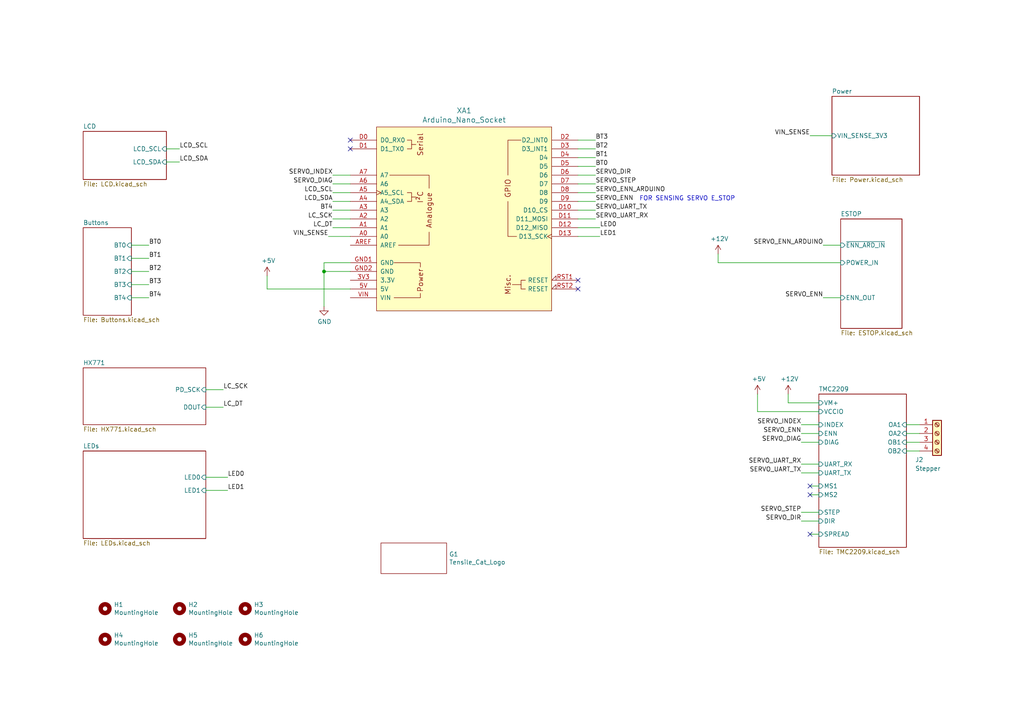
<source format=kicad_sch>
(kicad_sch (version 20211123) (generator eeschema)
  (paper "A4")
  (lib_symbols
    (symbol "MMTK-rescue:+12V-power-MMTK-rescue-MMTK-rescue" (power) (pin_names (offset 0))
      (property "Value" "MMTK-rescue_+12V-power-MMTK-rescue-MMTK-rescue" (at 0 3.556 0))
      (symbol "+12V-power-MMTK-rescue-MMTK-rescue_0_1"
        (polyline (pts (xy -0.762 1.27) (xy 0 2.54)))
        (polyline (pts (xy 0 0) (xy 0 2.54)))
        (polyline (pts (xy 0 2.54) (xy 0.762 1.27)))
      )
      (symbol "+12V-power-MMTK-rescue-MMTK-rescue_1_1"
        (pin power_in line (at 0 0 90) (length 0) hide (name "+12V") (number "1"))
      )
    )
    (symbol "MMTK-rescue:+5V-power-MMTK-rescue-MMTK-rescue" (power) (pin_names (offset 0))
      (property "Value" "MMTK-rescue_+5V-power-MMTK-rescue-MMTK-rescue" (at 0 3.556 0))
      (symbol "+5V-power-MMTK-rescue-MMTK-rescue_0_1"
        (polyline (pts (xy -0.762 1.27) (xy 0 2.54)))
        (polyline (pts (xy 0 0) (xy 0 2.54)))
        (polyline (pts (xy 0 2.54) (xy 0.762 1.27)))
      )
      (symbol "+5V-power-MMTK-rescue-MMTK-rescue_1_1"
        (pin power_in line (at 0 0 90) (length 0) hide (name "+5V") (number "1"))
      )
    )
    (symbol "MMTK-rescue:Screw_Terminal_01x04-Connector-MMTK-rescue-MMTK-rescue" (pin_names (offset 1.016) hide)
      (property "Reference" "J" (at 0 5.08 0))
      (property "Value" "MMTK-rescue_Screw_Terminal_01x04-Connector-MMTK-rescue-MMTK-rescue" (at 0 -7.62 0))
      (symbol "Screw_Terminal_01x04-Connector-MMTK-rescue-MMTK-rescue_1_1"
        (rectangle (start -1.27 3.81) (end 1.27 -6.35) (stroke (width 0.254)) (fill (type background)))
        (circle (center 0 -5.08) (radius 0.635) (stroke (width 0.1524)))
        (circle (center 0 -2.54) (radius 0.635) (stroke (width 0.1524)))
        (polyline (pts (xy -0.5334 -4.7498) (xy 0.3302 -5.588)) (stroke (width 0.1524)))
        (polyline (pts (xy -0.5334 -2.2098) (xy 0.3302 -3.048)) (stroke (width 0.1524)))
        (polyline (pts (xy -0.5334 0.3302) (xy 0.3302 -0.508)) (stroke (width 0.1524)))
        (polyline (pts (xy -0.5334 2.8702) (xy 0.3302 2.032)) (stroke (width 0.1524)))
        (polyline (pts (xy -0.3556 -4.572) (xy 0.508 -5.4102)) (stroke (width 0.1524)))
        (polyline (pts (xy -0.3556 -2.032) (xy 0.508 -2.8702)) (stroke (width 0.1524)))
        (polyline (pts (xy -0.3556 0.508) (xy 0.508 -0.3302)) (stroke (width 0.1524)))
        (polyline (pts (xy -0.3556 3.048) (xy 0.508 2.2098)) (stroke (width 0.1524)))
        (circle (center 0 0) (radius 0.635) (stroke (width 0.1524)))
        (circle (center 0 2.54) (radius 0.635) (stroke (width 0.1524)))
        (pin passive line (at -5.08 2.54 0) (length 3.81) (name "Pin_1") (number "1"))
        (pin passive line (at -5.08 0 0) (length 3.81) (name "Pin_2") (number "2"))
        (pin passive line (at -5.08 -2.54 0) (length 3.81) (name "Pin_3") (number "3"))
        (pin passive line (at -5.08 -5.08 0) (length 3.81) (name "Pin_4") (number "4"))
      )
    )
    (symbol "MMTK:Tensile_Cat_Logo" (pin_names (offset 1.016))
      (property "Reference" "G" (at 1.27 -6.35 0))
      (property "Value" "Tensile_Cat_Logo" (at 8.89 -2.54 0))
      (symbol "Tensile_Cat_Logo_0_1"
        (rectangle (start 0 0) (end 19.05 -8.89))
      )
    )
    (symbol "Mechanical:MountingHole" (pin_names (offset 1.016))
      (property "Reference" "H" (at 0 5.08 0))
      (property "Value" "MountingHole" (at 0 3.175 0))
      (symbol "MountingHole_0_1"
        (circle (center 0 0) (radius 1.27) (stroke (width 1.27)))
      )
    )
    (symbol "arduino:Arduino_Nano_Socket" (pin_names (offset 1.016))
      (property "Reference" "XA" (at 2.54 0 90))
      (property "Value" "arduino_Arduino_Nano_Socket" (at -2.54 0 90))
      (symbol "Arduino_Nano_Socket_0_0"
        (rectangle (start -25.4 26.67) (end 25.4 -26.67) (fill (type background)))
        (polyline (pts (xy -15.24 6.35) (xy -13.97 6.35)))
        (polyline (pts (xy -15.24 21.59) (xy -13.97 21.59)))
        (polyline (pts (xy 16.51 -19.05) (xy 13.97 -19.05)))
        (polyline (pts (xy -20.32 -22.86) (xy -12.7 -22.86) (xy -12.7 -21.59)))
        (polyline (pts (xy -12.7 -13.97) (xy -12.7 -12.7) (xy -20.32 -12.7)))
        (polyline (pts (xy -16.51 7.62) (xy -15.24 7.62) (xy -15.24 5.08) (xy -16.51 5.08)))
        (polyline (pts (xy -16.51 22.86) (xy -15.24 22.86) (xy -15.24 20.32) (xy -16.51 20.32)))
        (text "Analogue" (at -10.16 2.54 900) (effects (font (size 1.524 1.524))))
        (text "I²C" (at -12.7 6.35 900) (effects (font (size 1.524 1.524))))
        (text "Misc." (at 12.7 -19.05 900) (effects (font (size 1.524 1.524))))
        (text "Power" (at -12.7 -17.78 900) (effects (font (size 1.524 1.524))))
        (text "Serial" (at -12.7 21.59 900) (effects (font (size 1.524 1.524))))
      )
      (symbol "Arduino_Nano_Socket_0_1"
        (polyline (pts (xy -21.59 12.7) (xy -10.16 12.7) (xy -10.16 8.89)))
        (polyline (pts (xy -19.05 -7.62) (xy -10.16 -7.62) (xy -10.16 -3.81)))
        (polyline (pts (xy 15.24 -5.08) (xy 12.7 -5.08) (xy 12.7 5.08)))
        (polyline (pts (xy 16.51 22.86) (xy 12.7 22.86) (xy 12.7 12.7)))
        (polyline (pts (xy 17.78 -17.78) (xy 16.51 -17.78) (xy 16.51 -20.32) (xy 17.78 -20.32)))
      )
      (symbol "Arduino_Nano_Socket_1_0"
        (text "GPIO" (at 12.7 8.89 900) (effects (font (size 1.524 1.524))))
      )
      (symbol "Arduino_Nano_Socket_1_1"
        (pin power_in line (at -33.02 -17.78 0) (length 7.62) (name "3.3V") (number "3V3"))
        (pin power_in line (at -33.02 -20.32 0) (length 7.62) (name "5V") (number "5V"))
        (pin bidirectional line (at -33.02 -5.08 0) (length 7.62) (name "A0") (number "A0"))
        (pin bidirectional line (at -33.02 -2.54 0) (length 7.62) (name "A1") (number "A1"))
        (pin bidirectional line (at -33.02 0 0) (length 7.62) (name "A2") (number "A2"))
        (pin bidirectional line (at -33.02 2.54 0) (length 7.62) (name "A3") (number "A3"))
        (pin bidirectional line (at -33.02 5.08 0) (length 7.62) (name "A4_SDA") (number "A4"))
        (pin bidirectional clock (at -33.02 7.62 0) (length 7.62) (name "A5_SCL") (number "A5"))
        (pin input line (at -33.02 10.16 0) (length 7.62) (name "A6") (number "A6"))
        (pin input line (at -33.02 12.7 0) (length 7.62) (name "A7") (number "A7"))
        (pin input line (at -33.02 -7.62 0) (length 7.62) (name "AREF") (number "AREF"))
        (pin bidirectional line (at -33.02 22.86 0) (length 7.62) (name "D0_RX0") (number "D0"))
        (pin bidirectional line (at -33.02 20.32 0) (length 7.62) (name "D1_TX0") (number "D1"))
        (pin bidirectional line (at 33.02 2.54 180) (length 7.62) (name "D10_CS") (number "D10"))
        (pin bidirectional line (at 33.02 0 180) (length 7.62) (name "D11_MOSI") (number "D11"))
        (pin bidirectional line (at 33.02 -2.54 180) (length 7.62) (name "D12_MISO") (number "D12"))
        (pin bidirectional clock (at 33.02 -5.08 180) (length 7.62) (name "D13_SCK") (number "D13"))
        (pin bidirectional line (at 33.02 22.86 180) (length 7.62) (name "D2_INT0") (number "D2"))
        (pin bidirectional line (at 33.02 20.32 180) (length 7.62) (name "D3_INT1") (number "D3"))
        (pin bidirectional line (at 33.02 17.78 180) (length 7.62) (name "D4") (number "D4"))
        (pin bidirectional line (at 33.02 15.24 180) (length 7.62) (name "D5") (number "D5"))
        (pin bidirectional line (at 33.02 12.7 180) (length 7.62) (name "D6") (number "D6"))
        (pin bidirectional line (at 33.02 10.16 180) (length 7.62) (name "D7") (number "D7"))
        (pin bidirectional line (at 33.02 7.62 180) (length 7.62) (name "D8") (number "D8"))
        (pin bidirectional line (at 33.02 5.08 180) (length 7.62) (name "D9") (number "D9"))
        (pin power_in line (at -33.02 -12.7 0) (length 7.62) (name "GND") (number "GND1"))
        (pin power_in line (at -33.02 -15.24 0) (length 7.62) (name "GND") (number "GND2"))
        (pin open_collector input_low (at 33.02 -17.78 180) (length 7.62) (name "RESET") (number "RST1"))
        (pin open_collector input_low (at 33.02 -20.32 180) (length 7.62) (name "RESET") (number "RST2"))
        (pin power_in line (at -33.02 -22.86 0) (length 7.62) (name "VIN") (number "VIN"))
      )
    )
    (symbol "power:+5V" (power) (pin_names (offset 0))
      (property "Value" "+5V" (at 0 3.556 0))
      (symbol "+5V_0_1"
        (polyline (pts (xy -0.762 1.27) (xy 0 2.54)))
        (polyline (pts (xy 0 0) (xy 0 2.54)))
        (polyline (pts (xy 0 2.54) (xy 0.762 1.27)))
      )
      (symbol "+5V_1_1"
        (pin power_in line (at 0 0 90) (length 0) hide (name "+5V") (number "1"))
      )
    )
    (symbol "power:GND" (power) (pin_names (offset 0))
      (property "Value" "GND" (at 0 -3.81 0))
      (symbol "GND_0_1"
        (polyline (pts (xy 0 0) (xy 0 -1.27) (xy 1.27 -1.27) (xy 0 -2.54) (xy -1.27 -1.27) (xy 0 -1.27)))
      )
      (symbol "GND_1_1"
        (pin power_in line (at 0 0 270) (length 0) hide (name "GND") (number "1"))
      )
    )
  )
  (junction (at 93.98 78.74))
  (no_connect (at 101.6 40.64))
  (no_connect (at 234.95 143.51))
  (no_connect (at 101.6 43.18))
  (no_connect (at 234.95 140.97))
  (no_connect (at 167.64 83.82))
  (no_connect (at 167.64 81.28))
  (no_connect (at 234.95 154.94))
  (wire (pts (xy 241.3 39.37) (xy 234.95 39.37)))
  (wire (pts (xy 228.6 116.84) (xy 237.49 116.84)))
  (wire (pts (xy 96.52 55.88) (xy 101.6 55.88)))
  (wire (pts (xy 208.28 73.66) (xy 208.28 76.2)))
  (wire (pts (xy 93.98 76.2) (xy 93.98 78.74)))
  (wire (pts (xy 64.77 118.11) (xy 59.69 118.11)))
  (wire (pts (xy 219.71 114.3) (xy 219.71 119.38)))
  (wire (pts (xy 172.72 58.42) (xy 167.64 58.42)))
  (wire (pts (xy 172.72 53.34) (xy 167.64 53.34)))
  (wire (pts (xy 96.52 63.5) (xy 101.6 63.5)))
  (wire (pts (xy 172.72 55.88) (xy 167.64 55.88)))
  (wire (pts (xy 48.26 43.18) (xy 52.07 43.18)))
  (wire (pts (xy 101.6 68.58) (xy 95.25 68.58)))
  (wire (pts (xy 172.72 50.8) (xy 167.64 50.8)))
  (wire (pts (xy 266.7 125.73) (xy 262.89 125.73)))
  (wire (pts (xy 52.07 46.99) (xy 48.26 46.99)))
  (wire (pts (xy 219.71 119.38) (xy 237.49 119.38)))
  (wire (pts (xy 64.77 113.03) (xy 59.69 113.03)))
  (wire (pts (xy 208.28 76.2) (xy 243.84 76.2)))
  (wire (pts (xy 232.41 134.62) (xy 237.49 134.62)))
  (wire (pts (xy 66.04 142.24) (xy 59.69 142.24)))
  (wire (pts (xy 232.41 125.73) (xy 237.49 125.73)))
  (wire (pts (xy 167.64 40.64) (xy 172.72 40.64)))
  (wire (pts (xy 172.72 63.5) (xy 167.64 63.5)))
  (wire (pts (xy 172.72 60.96) (xy 167.64 60.96)))
  (wire (pts (xy 38.1 82.55) (xy 43.18 82.55)))
  (wire (pts (xy 93.98 76.2) (xy 101.6 76.2)))
  (wire (pts (xy 228.6 114.3) (xy 228.6 116.84)))
  (wire (pts (xy 173.99 68.58) (xy 167.64 68.58)))
  (wire (pts (xy 232.41 148.59) (xy 237.49 148.59)))
  (wire (pts (xy 262.89 128.27) (xy 266.7 128.27)))
  (wire (pts (xy 43.18 78.74) (xy 38.1 78.74)))
  (wire (pts (xy 167.64 45.72) (xy 172.72 45.72)))
  (wire (pts (xy 232.41 128.27) (xy 237.49 128.27)))
  (wire (pts (xy 232.41 151.13) (xy 237.49 151.13)))
  (wire (pts (xy 232.41 123.19) (xy 237.49 123.19)))
  (wire (pts (xy 237.49 140.97) (xy 234.95 140.97)))
  (wire (pts (xy 66.04 138.43) (xy 59.69 138.43)))
  (wire (pts (xy 101.6 78.74) (xy 93.98 78.74)))
  (wire (pts (xy 101.6 60.96) (xy 96.52 60.96)))
  (wire (pts (xy 77.47 83.82) (xy 77.47 80.01)))
  (wire (pts (xy 93.98 78.74) (xy 93.98 88.9)))
  (wire (pts (xy 234.95 143.51) (xy 237.49 143.51)))
  (wire (pts (xy 96.52 50.8) (xy 101.6 50.8)))
  (wire (pts (xy 38.1 86.36) (xy 43.18 86.36)))
  (wire (pts (xy 266.7 130.81) (xy 262.89 130.81)))
  (wire (pts (xy 96.52 53.34) (xy 101.6 53.34)))
  (wire (pts (xy 232.41 137.16) (xy 237.49 137.16)))
  (wire (pts (xy 172.72 48.26) (xy 167.64 48.26)))
  (wire (pts (xy 96.52 66.04) (xy 101.6 66.04)))
  (wire (pts (xy 172.72 43.18) (xy 167.64 43.18)))
  (wire (pts (xy 262.89 123.19) (xy 266.7 123.19)))
  (wire (pts (xy 234.95 154.94) (xy 237.49 154.94)))
  (wire (pts (xy 38.1 74.93) (xy 43.18 74.93)))
  (wire (pts (xy 101.6 58.42) (xy 96.52 58.42)))
  (wire (pts (xy 238.76 71.12) (xy 243.84 71.12)))
  (wire (pts (xy 101.6 83.82) (xy 77.47 83.82)))
  (wire (pts (xy 173.99 66.04) (xy 167.64 66.04)))
  (wire (pts (xy 43.18 71.12) (xy 38.1 71.12)))
  (wire (pts (xy 238.76 86.36) (xy 243.84 86.36)))
  (text "FOR SENSING SERVO E_STOP" (at 185.42 58.42 0) (effects (font (size 1.27 1.27)) (justify left bottom)))
  (label "SERVO_ENN_ARDUINO" (at 238.76 71.12 180))
  (label "LCD_SDA" (at 96.52 58.42 180))
  (label "SERVO_STEP" (at 232.41 148.59 180))
  (label "LED0" (at 173.99 66.04 0))
  (label "SERVO_ENN" (at 238.76 86.36 180))
  (label "LCD_SCL" (at 52.07 43.18 0))
  (label "SERVO_INDEX" (at 232.41 123.19 180))
  (label "SERVO_DIAG" (at 232.41 128.27 180))
  (label "BT1" (at 43.18 74.93 0))
  (label "SERVO_INDEX" (at 96.52 50.8 180))
  (label "SERVO_DIR" (at 172.72 50.8 0))
  (label "BT1" (at 172.72 45.72 0))
  (label "VIN_SENSE" (at 95.25 68.58 180))
  (label "BT2" (at 172.72 43.18 0))
  (label "BT3" (at 43.18 82.55 0))
  (label "LC_SCK" (at 64.77 113.03 0))
  (label "LCD_SDA" (at 52.07 46.99 0))
  (label "SERVO_DIR" (at 232.41 151.13 180))
  (label "LCD_SCL" (at 96.52 55.88 180))
  (label "BT3" (at 172.72 40.64 0))
  (label "BT2" (at 43.18 78.74 0))
  (label "LC_DT" (at 64.77 118.11 0))
  (label "LED1" (at 66.04 142.24 0))
  (label "SERVO_UART_RX" (at 232.41 134.62 180))
  (label "BT0" (at 43.18 71.12 0))
  (label "LC_SCK" (at 96.52 63.5 180))
  (label "SERVO_ENN" (at 172.72 58.42 0))
  (label "VIN_SENSE" (at 234.95 39.37 180))
  (label "BT0" (at 172.72 48.26 0))
  (label "BT4" (at 96.52 60.96 180))
  (label "SERVO_DIAG" (at 96.52 53.34 180))
  (label "SERVO_ENN" (at 232.41 125.73 180))
  (label "SERVO_STEP" (at 172.72 53.34 0))
  (label "SERVO_UART_RX" (at 172.72 63.5 0))
  (label "BT4" (at 43.18 86.36 0))
  (label "SERVO_UART_TX" (at 172.72 60.96 0))
  (label "SERVO_ENN_ARDUINO" (at 172.72 55.88 0))
  (label "LED0" (at 66.04 138.43 0))
  (label "LC_DT" (at 96.52 66.04 180))
  (label "LED1" (at 173.99 68.58 0))
  (label "SERVO_UART_TX" (at 232.41 137.16 180))
  (symbol (lib_id "Mechanical:MountingHole") (at 30.48 176.53 0) (unit 1)
    (property "Reference" "H1" (at 33.02 175.3616 0) (effects (justify left)))
    (property "Value" "MountingHole" (at 33.02 177.673 0) (effects (justify left)))
    (property "Footprint" "MountingHole:MountingHole_4mm" (effects hide))
  )
  (symbol (lib_id "Mechanical:MountingHole") (at 52.07 176.53 0) (unit 1)
    (property "Reference" "H2" (at 54.61 175.3616 0) (effects (justify left)))
    (property "Value" "MountingHole" (at 54.61 177.673 0) (effects (justify left)))
    (property "Footprint" "MountingHole:MountingHole_4mm" (effects hide))
  )
  (symbol (lib_id "Mechanical:MountingHole") (at 71.12 176.53 0) (unit 1)
    (property "Reference" "H3" (at 73.66 175.3616 0) (effects (justify left)))
    (property "Value" "MountingHole" (at 73.66 177.673 0) (effects (justify left)))
    (property "Footprint" "MountingHole:MountingHole_4mm" (effects hide))
  )
  (symbol (lib_id "MMTK-rescue:+5V-power-MMTK-rescue-MMTK-rescue") (at 219.71 114.3 0) (unit 1)
    (property "Reference" "#PWR0110" (effects hide))
    (property "Value" "+5V" (at 220.091 109.9058 0))
  )
  (symbol (lib_id "MMTK-rescue:+12V-power-MMTK-rescue-MMTK-rescue") (at 228.6 114.3 0) (unit 1)
    (property "Reference" "#PWR0103" (effects hide))
    (property "Value" "+12V" (at 228.981 109.9058 0))
  )
  (symbol (lib_id "MMTK:Tensile_Cat_Logo") (at 110.49 157.48 0) (unit 1)
    (property "Reference" "G1" (at 130.2512 160.7566 0) (effects (justify left)))
    (property "Value" "Tensile_Cat_Logo" (at 130.2512 163.068 0) (effects (justify left)))
    (property "Footprint" "MMTK:Tensile Cat" (effects hide))
  )
  (symbol (lib_id "MMTK-rescue:Screw_Terminal_01x04-Connector-MMTK-rescue-MMTK-rescue") (at 271.78 125.73 0) (unit 1)
    (property "Reference" "J2" (at 265.43 133.35 0) (effects (justify left)))
    (property "Value" "Stepper" (at 265.43 135.89 0) (effects (justify left)))
    (property "Footprint" "TerminalBlock_RND:TerminalBlock_RND_205-00289_1x04_P5.08mm_Horizontal" (effects hide))
  )
  (symbol (lib_id "power:GND") (at 93.98 88.9 0) (unit 1)
    (property "Reference" "#PWR0101" (effects hide))
    (property "Value" "GND" (at 94.107 93.2942 0))
  )
  (symbol (lib_id "power:+5V") (at 77.47 80.01 0) (unit 1)
    (property "Reference" "#PWR0102" (effects hide))
    (property "Value" "+5V" (at 77.851 75.6158 0))
  )
  (symbol (lib_id "Mechanical:MountingHole") (at 30.48 185.42 0) (unit 1)
    (property "Reference" "H4" (at 33.02 184.2516 0) (effects (justify left)))
    (property "Value" "MountingHole" (at 33.02 186.563 0) (effects (justify left)))
    (property "Footprint" "MountingHole:MountingHole_4mm" (effects hide))
  )
  (symbol (lib_id "Mechanical:MountingHole") (at 52.07 185.42 0) (unit 1)
    (property "Reference" "H5" (at 54.61 184.2516 0) (effects (justify left)))
    (property "Value" "MountingHole" (at 54.61 186.563 0) (effects (justify left)))
    (property "Footprint" "MountingHole:MountingHole_4mm" (effects hide))
  )
  (symbol (lib_id "Mechanical:MountingHole") (at 71.12 185.42 0) (unit 1)
    (property "Reference" "H6" (at 73.66 184.2516 0) (effects (justify left)))
    (property "Value" "MountingHole" (at 73.66 186.563 0) (effects (justify left)))
    (property "Footprint" "MountingHole:MountingHole_4mm" (effects hide))
  )
  (symbol (lib_id "MMTK-rescue:+12V-power-MMTK-rescue-MMTK-rescue") (at 208.28 73.66 0) (unit 1)
    (property "Reference" "#PWR?" (effects hide))
    (property "Value" "+12V" (at 208.661 69.2658 0))
  )
  (symbol (lib_id "arduino:Arduino_Nano_Socket") (at 134.62 63.5 0) (unit 1)
    (property "Reference" "XA1" (at 134.62 32.0802 0) (effects (font (size 1.524 1.524))))
    (property "Value" "Arduino_Nano_Socket" (at 134.62 34.7726 0) (effects (font (size 1.524 1.524))))
    (property "Footprint" "Arduino:Arduino_Nano_Socket" (effects hide))
  )
  (sheet (at 24.13 106.68) (size 35.56 16.51)
    (property "Sheet name" "HX771" (at 24.13 105.9684 0) (effects (justify left bottom)))
    (property "Sheet file" "HX771.kicad_sch" (at 24.13 123.7746 0) (effects (justify left top)))
    (pin "DOUT" input (at 59.69 118.11 0))
    (pin "PD_SCK" input (at 59.69 113.03 0))
  )
  (sheet (at 237.49 114.3) (size 25.4 44.45)
    (property "Sheet name" "TMC2209" (at 237.49 113.5884 0) (effects (justify left bottom)))
    (property "Sheet file" "TMC2209.kicad_sch" (at 237.49 159.3346 0) (effects (justify left top)))
    (pin "INDEX" input (at 237.49 123.19 180))
    (pin "VM+" input (at 237.49 116.84 180))
    (pin "ENN" input (at 237.49 125.73 180))
    (pin "UART_RX" input (at 237.49 134.62 180))
    (pin "UART_TX" input (at 237.49 137.16 180))
    (pin "MS1" input (at 237.49 140.97 180))
    (pin "MS2" input (at 237.49 143.51 180))
    (pin "STEP" input (at 237.49 148.59 180))
    (pin "DIR" input (at 237.49 151.13 180))
    (pin "SPREAD" input (at 237.49 154.94 180))
    (pin "OA1" input (at 262.89 123.19 0))
    (pin "OA2" input (at 262.89 125.73 0))
    (pin "OB1" input (at 262.89 128.27 0))
    (pin "OB2" input (at 262.89 130.81 0))
    (pin "DIAG" input (at 237.49 128.27 180))
    (pin "VCCIO" input (at 237.49 119.38 180))
  )
  (sheet (at 24.13 130.81) (size 35.56 25.4)
    (property "Sheet name" "LEDs" (at 24.13 130.0984 0) (effects (justify left bottom)))
    (property "Sheet file" "LEDs.kicad_sch" (at 24.13 156.7946 0) (effects (justify left top)))
    (pin "LED0" input (at 59.69 138.43 0))
    (pin "LED1" input (at 59.69 142.24 0))
  )
  (sheet (at 24.13 66.04) (size 13.97 25.4)
    (property "Sheet name" "Buttons" (at 24.13 65.3284 0) (effects (justify left bottom)))
    (property "Sheet file" "Buttons.kicad_sch" (at 24.13 92.0246 0) (effects (justify left top)))
    (pin "BT2" input (at 38.1 78.74 0))
    (pin "BT3" input (at 38.1 82.55 0))
    (pin "BT0" input (at 38.1 71.12 0))
    (pin "BT1" input (at 38.1 74.93 0))
    (pin "BT4" input (at 38.1 86.36 0))
  )
  (sheet (at 243.84 63.5) (size 17.78 31.75)
    (property "Sheet name" "ESTOP" (at 243.84 62.7884 0) (effects (justify left bottom)))
    (property "Sheet file" "ESTOP.kicad_sch" (at 243.84 95.8346 0) (effects (justify left top)))
    (pin "ENN_OUT" input (at 243.84 86.36 180))
    (pin "~{ENN_ARD_IN}" input (at 243.84 71.12 180))
    (pin "POWER_IN" input (at 243.84 76.2 180))
  )
  (sheet (at 241.3 27.94) (size 25.4 22.86)
    (property "Sheet name" "Power" (at 241.3 27.2284 0) (effects (justify left bottom)))
    (property "Sheet file" "Power.kicad_sch" (at 241.3 51.3846 0) (effects (justify left top)))
    (pin "VIN_SENSE_3V3" input (at 241.3 39.37 180))
  )
  (sheet (at 24.13 38.1) (size 24.13 13.97)
    (property "Sheet name" "LCD" (at 24.13 37.3884 0) (effects (justify left bottom)))
    (property "Sheet file" "LCD.kicad_sch" (at 24.13 52.6546 0) (effects (justify left top)))
    (pin "LCD_SDA" input (at 48.26 46.99 0))
    (pin "LCD_SCL" input (at 48.26 43.18 0))
  )
)
</source>
